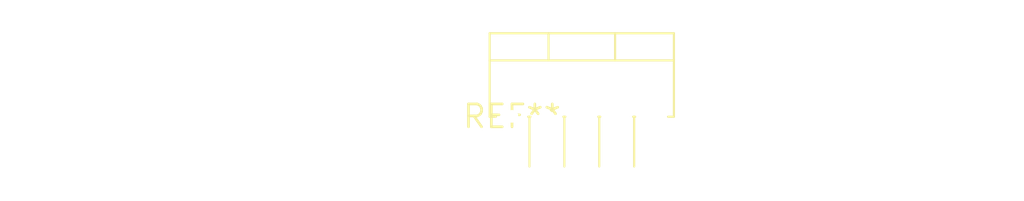
<source format=kicad_pcb>
(kicad_pcb (version 20240108) (generator pcbnew)
  (layers (0 "F.Cu" signal) (31 "B.Cu" signal) (34 "B.Paste" user) (35 "F.Paste" user) (36 "B.SilkS" user "B.Silkscreen") (37 "F.SilkS" user "F.Silkscreen") (38 "B.Mask" user) (39 "F.Mask" user) (44 "Edge.Cuts" user))
  (net 0 "")
  (footprint "TO-220-9_P1.94x3.7mm_StaggerEven_Lead3.8mm_Vertical" (layer "F.Cu") (at 0 0)
    (property "Reference" "REF**")
    (property "Value" "TO-220-9_P1.94x3.7mm_StaggerEven_Lead3.8mm_Vertical")
    (fp_line (start -1.241 -4.62) (end -1.241 0.021) (layer "F.SilkS") (stroke (width 0.12)))
    (fp_line (start -1.241 -4.62) (end 9 -4.62) (layer "F.SilkS") (stroke (width 0.12)))
    (fp_line (start -1.241 -3.111) (end 9 -3.111) (layer "F.SilkS") (stroke (width 0.12)))
    (fp_line (start -1.241 0.021) (end -0.9 0.021) (layer "F.SilkS") (stroke (width 0.12)))
    (fp_line (start 0.9 0.021) (end 1.025 0.021) (layer "F.SilkS") (stroke (width 0.12)))
    (fp_line (start 0.97 0.021) (end 0.97 2.785) (layer "F.SilkS") (stroke (width 0.12)))
    (fp_line (start 2.03 -4.62) (end 2.03 -3.111) (layer "F.SilkS") (stroke (width 0.12)))
    (fp_line (start 2.855 0.021) (end 2.965 0.021) (layer "F.SilkS") (stroke (width 0.12)))
    (fp_line (start 2.91 0.021) (end 2.91 2.785) (layer "F.SilkS") (stroke (width 0.12)))
    (fp_line (start 4.795 0.021) (end 4.905 0.021) (layer "F.SilkS") (stroke (width 0.12)))
    (fp_line (start 4.85 0.021) (end 4.85 2.785) (layer "F.SilkS") (stroke (width 0.12)))
    (fp_line (start 5.73 -4.62) (end 5.73 -3.111) (layer "F.SilkS") (stroke (width 0.12)))
    (fp_line (start 6.735 0.021) (end 6.845 0.021) (layer "F.SilkS") (stroke (width 0.12)))
    (fp_line (start 6.79 0.021) (end 6.79 2.785) (layer "F.SilkS") (stroke (width 0.12)))
    (fp_line (start 8.675 0.021) (end 9 0.021) (layer "F.SilkS") (stroke (width 0.12)))
    (fp_line (start 9 -4.62) (end 9 0.021) (layer "F.SilkS") (stroke (width 0.12)))
    (pad "1" thru_hole rect (at 0 0) (size 1.5 1.5) (drill 0.7) (layers *.Cu *.Mask) (remove_unused_layers))
    (pad "2" thru_hole oval (at 0.97 3.7) (size 1.5 1.5) (drill 0.7) (layers *.Cu *.Mask) (remove_unused_layers))
    (pad "3" thru_hole oval (at 1.94 0) (size 1.5 1.5) (drill 0.7) (layers *.Cu *.Mask) (remove_unused_layers))
    (pad "4" thru_hole oval (at 2.91 3.7) (size 1.5 1.5) (drill 0.7) (layers *.Cu *.Mask) (remove_unused_layers))
    (pad "5" thru_hole oval (at 3.88 0) (size 1.5 1.5) (drill 0.7) (layers *.Cu *.Mask) (remove_unused_layers))
    (pad "6" thru_hole oval (at 4.85 3.7) (size 1.5 1.5) (drill 0.7) (layers *.Cu *.Mask) (remove_unused_layers))
    (pad "7" thru_hole oval (at 5.82 0) (size 1.5 1.5) (drill 0.7) (layers *.Cu *.Mask) (remove_unused_layers))
    (pad "8" thru_hole oval (at 6.79 3.7) (size 1.5 1.5) (drill 0.7) (layers *.Cu *.Mask) (remove_unused_layers))
    (pad "9" thru_hole oval (at 7.76 0) (size 1.5 1.5) (drill 0.7) (layers *.Cu *.Mask) (remove_unused_layers))
  )
)
</source>
